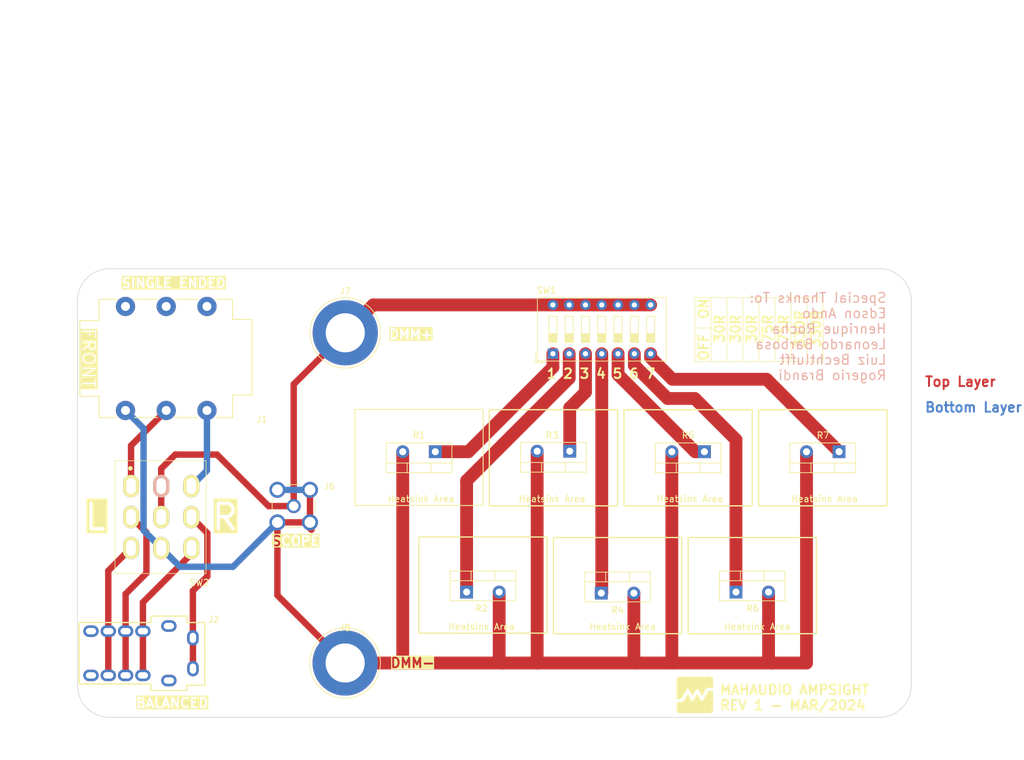
<source format=kicad_pcb>
(kicad_pcb (version 20240108) (generator "pcbnew") (generator_version "8.0")
  (layers (0 "F.Cu" signal) (31 "B.Cu" signal) (34 "B.Paste" user) (35 "F.Paste" user) (36 "B.SilkS" user "B.Silkscreen") (37 "F.SilkS" user "F.Silkscreen") (38 "B.Mask" user) (39 "F.Mask" user) (44 "Edge.Cuts" user))
  (net 0 "")
  (net 1 "Net-(R1-Pad1)")
  (net 2 "Net-(R2-Pad1)")
  (net 3 "Net-(R3-Pad1)")
  (net 4 "Net-(R4-Pad1)")
  (net 5 "Net-(R5-Pad1)")
  (net 6 "Net-(R6-Pad1)")
  (net 7 "Net-(R7-Pad1)")
  (net 12 "/SE_R")
  (net 13 "/SE_L")
  (net 14 "/BAL_L_P")
  (net 15 "/BAL_L_N")
  (net 16 "/BAL_R_P")
  (net 17 "/BAL_R_N")
  (net 18 "/DUT_N")
  (net 19 "/DUT_P")
  (footprint "Button_Switch_THT:SW_DIP_SPSTx07_Slide_9.78x19.96mm_W7.62mm_P2.54mm" (layer "F.Cu") (at 155.375 75.7675 90)
    (property "Reference" "SW1" (at 9.87 -1.01 180) (layer "F.SilkS"))
    (property "Value" "SW_DIP_x07")
    (pad "1" thru_hole rect (at 0 0 90) (size 1.6 1.6) (drill 0.8) (layers "*.Cu" "*.Mask") (net 1 "Net-(R1-Pad1)"))
    (pad "2" thru_hole oval (at 0 2.54 90) (size 1.6 1.6) (drill 0.8) (layers "*.Cu" "*.Mask") (net 2 "Net-(R2-Pad1)"))
    (pad "3" thru_hole oval (at 0 5.08 90) (size 1.6 1.6) (drill 0.8) (layers "*.Cu" "*.Mask") (net 3 "Net-(R3-Pad1)"))
    (pad "4" thru_hole oval (at 0 7.62 90) (size 1.6 1.6) (drill 0.8) (layers "*.Cu" "*.Mask") (net 4 "Net-(R4-Pad1)"))
    (pad "5" thru_hole oval (at 0 10.16 90) (size 1.6 1.6) (drill 0.8) (layers "*.Cu" "*.Mask") (net 5 "Net-(R5-Pad1)"))
    (pad "6" thru_hole oval (at 0 12.7 90) (size 1.6 1.6) (drill 0.8) (layers "*.Cu" "*.Mask") (net 6 "Net-(R6-Pad1)"))
    (pad "7" thru_hole oval (at 0 15.24 90) (size 1.6 1.6) (drill 0.8) (layers "*.Cu" "*.Mask") (net 7 "Net-(R7-Pad1)"))
    (pad "8" thru_hole oval (at 7.62 15.24 90) (size 1.6 1.6) (drill 0.8) (layers "*.Cu" "*.Mask") (net 19 "/DUT_P"))
    (pad "9" thru_hole oval (at 7.62 12.7 90) (size 1.6 1.6) (drill 0.8) (layers "*.Cu" "*.Mask") (net 19 "/DUT_P"))
    (pad "10" thru_hole oval (at 7.62 10.16 90) (size 1.6 1.6) (drill 0.8) (layers "*.Cu" "*.Mask") (net 19 "/DUT_P"))
    (pad "11" thru_hole oval (at 7.62 7.62 90) (size 1.6 1.6) (drill 0.8) (layers "*.Cu" "*.Mask") (net 19 "/DUT_P"))
    (pad "12" thru_hole oval (at 7.62 5.08 90) (size 1.6 1.6) (drill 0.8) (layers "*.Cu" "*.Mask") (net 19 "/DUT_P"))
    (pad "13" thru_hole oval (at 7.62 2.54 90) (size 1.6 1.6) (drill 0.8) (layers "*.Cu" "*.Mask") (net 19 "/DUT_P"))
    (pad "14" thru_hole oval (at 7.62 0 90) (size 1.6 1.6) (drill 0.8) (layers "*.Cu" "*.Mask") (net 19 "/DUT_P"))
  )
  (footprint "_mahaudio KiCad Library:Caddock_MP930_TO-220-2_Vertical" (layer "F.Cu") (at 183.92 112.945)
    (property "Reference" "R6" (at 2.58 2.555 0) (layer "F.SilkS"))
    (property "Value" "150R")
    (pad "1" thru_hole rect (at 0 0) (size 2 2) (drill 1.1) (layers "*.Cu" "*.Mask") (net 6 "Net-(R6-Pad1)"))
    (pad "2" thru_hole oval (at 5.08 0) (size 2 2) (drill 1.1) (layers "*.Cu" "*.Mask") (net 18 "/DUT_N"))
  )
  (footprint "_mahaudio KiCad Library:Banana_Jack_1Pin(3D)" (layer "F.Cu") (at 123 72.5)
    (property "Reference" "J7" (at 0 -6.5 0) (layer "F.SilkS"))
    (property "Value" "Conn_01x01_Socket")
    (pad "1" thru_hole circle (at 0 0) (size 10.16 10.16) (drill 6.1) (layers "*.Cu" "*.Mask") (net 19 "/DUT_P"))
  )
  (footprint "mahaudio_kicad_lib:Jack_6.35mm_Neutrik_NMJ6HCD2_Horizontal" (layer "F.Cu") (at 101.435 84.615 180)
    (property "Reference" "J1" (at -8.565 -1.385 180) (layer "F.SilkS"))
    (property "Value" "AudioJack3")
    (fp_text user "FRONT" (at 19.6 13 -90) (layer "F.SilkS" knockout) (effects (font (size 2 2) (thickness 0.2)) (justify left bottom)))
    (pad "R" thru_hole circle (at 6.35 0 180) (size 3 3) (drill 1.4) (layers "*.Cu" "*.Mask") (net 12 "/SE_R"))
    (pad "RN" thru_hole circle (at 6.35 16.23 180) (size 3 3) (drill 1.4) (layers "*.Cu" "*.Mask"))
    (pad "S" thru_hole circle (at 12.7 0 180) (size 3 3) (drill 1.4) (layers "*.Cu" "*.Mask") (net 18 "/DUT_N"))
    (pad "SN" thru_hole circle (at 12.7 16.23 180) (size 3 3) (drill 1.4) (layers "*.Cu" "*.Mask"))
    (pad "T" thru_hole circle (at 0 0 180) (size 3 3) (drill 1.4) (layers "*.Cu" "*.Mask") (net 13 "/SE_L"))
    (pad "TN" thru_hole circle (at 0 16.23 180) (size 3 3) (drill 1.4) (layers "*.Cu" "*.Mask"))
  )
  (footprint "_mahaudio KiCad Library:7000Series_3pdt_toggle_c&k" (layer "F.Cu") (at 94.3 101.25 -90)
    (property "Reference" "SW2" (at 10.25 -5.95 0) (layer "F.SilkS"))
    (property "Value" "SW_3PDT")
    (pad "1" thru_hole oval (at -4.83 4.7 270) (size 3.5 2.5) (drill oval 2.5 1.5) (layers "*.Cu" "*.Mask" "F.SilkS") (net 12 "/SE_R"))
    (pad "2" thru_hole oval (at -4.83 0 270) (size 3.5 2.5) (drill oval 2.5 1.5) (layers "*.Cu" "*.SilkS" "*.Mask") (net 19 "/DUT_P"))
    (pad "3" thru_hole oval (at -4.83 -4.7 270) (size 3.5 2.5) (drill oval 2.5 1.5) (layers "*.Cu" "*.Mask" "B.Adhes" "F.SilkS") (net 13 "/SE_L"))
    (pad "4" thru_hole oval (at 0 4.7 270) (size 3.5 2.5) (drill oval 2.5 1.5) (layers "*.Cu" "*.Mask" "F.SilkS") (net 16 "/BAL_R_P"))
    (pad "5" thru_hole oval (at 0 0 270) (size 3.5 2.5) (drill oval 2.5 1.5) (layers "*.Cu" "*.Mask" "F.SilkS") (net 19 "/DUT_P"))
    (pad "6" thru_hole oval (at 0 -4.7 270) (size 3.5 2.5) (drill oval 2.5 1.5) (layers "*.Cu" "*.Mask" "F.SilkS") (net 14 "/BAL_L_P"))
    (pad "7" thru_hole oval (at 4.83 4.7 270) (size 3.5 2.5) (drill oval 2.5 1.5) (layers "*.Cu" "*.Mask" "F.SilkS") (net 17 "/BAL_R_N"))
    (pad "8" thru_hole oval (at 4.83 0 270) (size 3.5 2.5) (drill oval 2.5 1.5) (layers "*.Cu" "*.Mask" "F.SilkS") (net 18 "/DUT_N"))
    (pad "9" thru_hole oval (at 4.83 -4.7 270) (size 3.5 2.5) (drill oval 2.5 1.5) (layers "*.Cu" "*.Mask" "F.SilkS") (net 15 "/BAL_L_N"))
  )
  (footprint "_mahaudio KiCad Library:Banana_Jack_1Pin(3D)" (layer "F.Cu") (at 122.98 124.02)
    (property "Reference" "J8" (at -0.04 -5.5 0) (layer "F.SilkS"))
    (property "Value" "Conn_01x01_Socket")
    (pad "1" thru_hole circle (at 0 0) (size 10.16 10.16) (drill 6.1) (layers "*.Cu" "*.Mask") (net 18 "/DUT_N"))
  )
  (footprint "_mahaudio KiCad Library:Caddock_MP930_TO-220-2_Vertical" (layer "F.Cu") (at 200 91.055 180)
    (property "Reference" "R7" (at 2.5 2.555 180) (layer "F.SilkS"))
    (property "Value" "300R")
    (pad "1" thru_hole rect (at 0 0 180) (size 2 2) (drill 1.1) (layers "*.Cu" "*.Mask") (net 7 "Net-(R7-Pad1)"))
    (pad "2" thru_hole oval (at 5.08 0 180) (size 2 2) (drill 1.1) (layers "*.Cu" "*.Mask") (net 18 "/DUT_N"))
  )
  (footprint "_mahaudio KiCad Library:Jack_4.4mm_Pentaconn_NBA1-24-001_Horizontal" (layer "F.Cu") (at 95.5 122.5)
    (property "Reference" "J2" (at 7 -5.25 0) (layer "F.SilkS"))
    (property "Value" "AudioJack_Pentaconn")
    (pad "B" thru_hole oval (at 0 -4.25) (size 2.4 1.8) (drill oval 1.6 1) (layers "*.Cu" "*.Mask"))
    (pad "R1" thru_hole oval (at -4.05 -3.45) (size 2.4 1.8) (drill oval 1.6 1) (layers "*.Cu" "*.Mask") (net 15 "/BAL_L_N"))
    (pad "R1" thru_hole oval (at -4.05 3.45) (size 2.4 1.8) (drill oval 1.6 1) (layers "*.Cu" "*.Mask") (net 15 "/BAL_L_N"))
    (pad "R2" thru_hole oval (at -6.75 -3.45) (size 2.4 1.8) (drill oval 1.6 1) (layers "*.Cu" "*.Mask") (net 16 "/BAL_R_P"))
    (pad "R2" thru_hole oval (at -6.75 3.45) (size 2.4 1.8) (drill oval 1.6 1) (layers "*.Cu" "*.Mask") (net 16 "/BAL_R_P"))
    (pad "R3" thru_hole oval (at -9.45 -3.45) (size 2.4 1.8) (drill oval 1.6 1) (layers "*.Cu" "*.Mask") (net 17 "/BAL_R_N"))
    (pad "R3" thru_hole oval (at -9.45 3.45) (size 2.4 1.8) (drill oval 1.6 1) (layers "*.Cu" "*.Mask") (net 17 "/BAL_R_N"))
    (pad "S" thru_hole oval (at -12.15 -3.45) (size 2.4 1.8) (drill oval 1.6 1) (layers "*.Cu" "*.Mask"))
    (pad "S" thru_hole oval (at -12.15 3.45) (size 2.4 1.8) (drill oval 1.6 1) (layers "*.Cu" "*.Mask"))
    (pad "T" thru_hole oval (at 3.74 -2.4 90) (size 2.4 1.8) (drill oval 1.6 1) (layers "*.Cu" "*.Mask") (net 14 "/BAL_L_P"))
    (pad "T" thru_hole oval (at 3.75 2.4 90) (size 2.4 1.8) (drill oval 1.6 1) (layers "*.Cu" "*.Mask") (net 14 "/BAL_L_P"))
    (pad "TC" thru_hole oval (at 0 4.25) (size 2.4 1.8) (drill oval 1.6 1) (layers "*.Cu" "*.Mask"))
  )
  (footprint "mahaudio_kicad_lib:SMA_Amphenol_901-144_Vertical(3D)" (layer "F.Cu") (at 114.96 99.54)
    (property "Reference" "J6" (at 5.54 -3.04 0) (layer "F.SilkS"))
    (property "Value" "Conn_Coaxial_Small")
    (pad "1" thru_hole circle (at 0 0) (size 2.2 2.2) (drill 1.5) (layers "*.Cu" "*.Mask") (net 19 "/DUT_P"))
    (pad "2" thru_hole circle (at -2.54 -2.54) (size 2.5 2.5) (drill 1.7) (layers "*.Cu" "*.Mask") (net 18 "/DUT_N"))
    (pad "2" thru_hole circle (at -2.54 2.54) (size 2.5 2.5) (drill 1.7) (layers "*.Cu" "*.Mask") (net 18 "/DUT_N"))
    (pad "2" thru_hole circle (at 2.54 -2.54) (size 2.5 2.5) (drill 1.7) (layers "*.Cu" "*.Mask") (net 18 "/DUT_N"))
    (pad "2" thru_hole circle (at 2.54 2.54) (size 2.5 2.5) (drill 1.7) (layers "*.Cu" "*.Mask") (net 18 "/DUT_N"))
  )
  (footprint "LOGO" (layer "F.Cu") (at 177.5 129)
    (property "Reference" "G01" (hide yes))
    (property "Value" "LOGO" (hide yes))
  )
  (footprint "_mahaudio KiCad Library:Caddock_MP930_TO-220-2_Vertical" (layer "F.Cu") (at 137.04 91.055 180)
    (property "Reference" "R1" (at 2.54 2.555 180) (layer "F.SilkS"))
    (property "Value" "33R")
    (pad "1" thru_hole rect (at 0 0 180) (size 2 2) (drill 1.1) (layers "*.Cu" "*.Mask") (net 1 "Net-(R1-Pad1)"))
    (pad "2" thru_hole oval (at 5.08 0 180) (size 2 2) (drill 1.1) (layers "*.Cu" "*.Mask") (net 18 "/DUT_N"))
  )
  (footprint "_mahaudio KiCad Library:Caddock_MP930_TO-220-2_Vertical" (layer "F.Cu") (at 158 90.971666 180)
    (property "Reference" "R3" (at 2.75 2.471666 180) (layer "F.SilkS"))
    (property "Value" "33R")
    (pad "1" thru_hole rect (at 0 0 180) (size 2 2) (drill 1.1) (layers "*.Cu" "*.Mask") (net 3 "Net-(R3-Pad1)"))
    (pad "2" thru_hole oval (at 5.08 0 180) (size 2 2) (drill 1.1) (layers "*.Cu" "*.Mask") (net 18 "/DUT_N"))
  )
  (footprint "_mahaudio KiCad Library:Caddock_MP930_TO-220-2_Vertical" (layer "F.Cu") (at 162.92 113.111666)
    (property "Reference" "R4" (at 2.54 2.638334 0) (layer "F.SilkS"))
    (property "Value" "75R")
    (pad "1" thru_hole rect (at 0 0) (size 2 2) (drill 1.1) (layers "*.Cu" "*.Mask") (net 4 "Net-(R4-Pad1)"))
    (pad "2" thru_hole oval (at 5.08 0) (size 2 2) (drill 1.1) (layers "*.Cu" "*.Mask") (net 18 "/DUT_N"))
  )
  (footprint "_mahaudio KiCad Library:Caddock_MP930_TO-220-2_Vertical" (layer "F.Cu") (at 141.92 112.945)
    (property "Reference" "R2" (at 2.33 2.555 0) (layer "F.SilkS"))
    (property "Value" "33R")
    (pad "1" thru_hole rect (at 0 0) (size 2 2) (drill 1.1) (layers "*.Cu" "*.Mask") (net 2 "Net-(R2-Pad1)"))
    (pad "2" thru_hole oval (at 5.08 0) (size 2 2) (drill 1.1) (layers "*.Cu" "*.Mask") (net 18 "/DUT_N"))
  )
  (footprint "_mahaudio KiCad Library:Caddock_MP930_TO-220-2_Vertical" (layer "F.Cu") (at 179 91.055 180)
    (property "Reference" "R5" (at 2.54 2.555 180) (layer "F.SilkS"))
    (property "Value" "75R")
    (pad "1" thru_hole rect (at 0 0 180) (size 2 2) (drill 1.1) (layers "*.Cu" "*.Mask") (net 5 "Net-(R5-Pad1)"))
    (pad "2" thru_hole oval (at 5.08 0 180) (size 2 2) (drill 1.1) (layers "*.Cu" "*.Mask") (net 18 "/DUT_N"))
  )
  (gr_rect (start 187.46 84.5) (end 207.46 99.5) (stroke (width 0.2)) (fill none) (layer "F.SilkS"))
  (gr_line (start 185 67) (end 185 77) (stroke (width 0.1)) (layer "F.SilkS"))
  (gr_line (start 192.5 67) (end 192.5 77) (stroke (width 0.1)) (layer "F.SilkS"))
  (gr_rect (start 155.46 104.445) (end 175.46 119.445) (stroke (width 0.2)) (fill none) (layer "F.SilkS"))
  (gr_rect (start 124.5 84.445) (end 144.5 99.445) (stroke (width 0.15)) (fill none) (layer "F.SilkS"))
  (gr_rect (start 145.46 84.5) (end 165.46 99.5) (stroke (width 0.2)) (fill none) (layer "F.SilkS"))
  (gr_rect (start 176.46 104.445) (end 196.46 119.445) (stroke (width 0.2)) (fill none) (layer "F.SilkS"))
  (gr_rect (start 177.5 67) (end 197.5 77) (stroke (width 0.1)) (fill none) (layer "F.SilkS"))
  (gr_line (start 190 67) (end 190 77) (stroke (width 0.1)) (layer "F.SilkS"))
  (gr_rect (start 166.46 84.5) (end 186.46 99.5) (stroke (width 0.2)) (fill none) (layer "F.SilkS"))
  (gr_line (start 187.5 67) (end 187.5 77) (stroke (width 0.1)) (layer "F.SilkS"))
  (gr_line (start 180 67) (end 180 77) (stroke (width 0.1)) (layer "F.SilkS"))
  (gr_rect (start 134.46 104.361668) (end 154.46 119.361668) (stroke (width 0.2)) (fill none) (layer "F.SilkS"))
  (gr_line (start 177.5 71.75) (end 180 71.75) (stroke (width 0.1)) (layer "F.SilkS"))
  (gr_line (start 195 67) (end 195 77) (stroke (width 0.1)) (layer "F.SilkS"))
  (gr_line (start 182.5 67) (end 182.5 77) (stroke (width 0.1)) (layer "F.SilkS"))
  (gr_arc (start 211.25 127.5) (mid 209.785534 131.035534) (end 206.25 132.5) (stroke (width 0.1)) (layer "Edge.Cuts"))
  (gr_line (start 206.25 132.5) (end 86.25 132.5) (stroke (width 0.1)) (layer "Edge.Cuts"))
  (gr_arc (start 81.25 67.5) (mid 82.714466 63.964466) (end 86.25 62.5) (stroke (width 0.1)) (layer "Edge.Cuts"))
  (gr_line (start 86.25 62.5) (end 206.25 62.5) (stroke (width 0.1)) (layer "Edge.Cuts"))
  (gr_line (start 81.25 127.5) (end 81.25 67.5) (stroke (width 0.1)) (layer "Edge.Cuts"))
  (gr_arc (start 86.25 132.5) (mid 82.714466 131.035534) (end 81.25 127.5) (stroke (width 0.1)) (layer "Edge.Cuts"))
  (gr_arc (start 206.25 62.5) (mid 209.785534 63.964466) (end 211.25 67.5) (stroke (width 0.1)) (layer "Edge.Cuts"))
  (gr_line (start 211.25 67.5) (end 211.25 127.5) (stroke (width 0.1)) (layer "Edge.Cuts"))
  (gr_text "Top Layer" (at 213.25 81 0) (layer "F.Cu") (effects (font (size 1.5 1.5) (thickness 0.3) (bold yes)) (justify left bottom)))
  (gr_text "Bottom Layer" (at 213.25 85 0) (layer "B.Cu") (effects (font (size 1.5 1.5) (thickness 0.3) (bold yes)) (justify left bottom)))
  (gr_text "Special Thanks To:\nEdson Ando\nHenrique Rocha\nLeonardo Barbosa\nLuiz Bechtlufft\nRogerio Brandi" (at 207.5 80 0) (layer "B.SilkS") (effects (font (size 1.5 1.5) (thickness 0.2)) (justify left bottom mirror)))
  (gr_text "OFF" (at 179.75 77 90) (layer "F.SilkS") (effects (font (size 1.5 1.5) (thickness 0.3)) (justify left bottom)))
  (gr_text "Heatsink Area" (at 160.96 118.945 0) (layer "F.SilkS") (effects (font (size 1 1)) (justify left bottom)))
  (gr_text "30R" (at 187.25 74.25 90) (layer "F.SilkS") (effects (font (size 1.5 1.5) (thickness 0.3)) (justify left bottom)))
  (gr_text "ON" (at 179.75 70.5 90) (layer "F.SilkS") (effects (font (size 1.5 1.5) (thickness 0.3)) (justify left bottom)))
  (gr_text "R" (at 104.25 101.25 0) (layer "F.SilkS" knockout) (effects (font (size 4 4) (thickness 0.5))))
  (gr_text "L" (at 84 101.25 0) (layer "F.SilkS" knockout) (effects (font (size 4 4) (thickness 0.5))))
  (gr_text "30R" (at 184.75 74.25 90) (layer "F.SilkS") (effects (font (size 1.5 1.5) (thickness 0.3)) (justify left bottom)))
  (gr_text "MAHAUDIO AMPSIGHT\nREV 1 - MAR/2024\n" (at 181.25 131.5 0) (layer "F.SilkS") (effects (font (size 1.5 1.5) (thickness 0.3) (bold yes)) (justify left bottom)))
  (gr_text "Heatsink Area" (at 149.96 99 0) (layer "F.SilkS") (effects (font (size 1 1)) (justify left bottom)))
  (gr_text "BALANCED" (at 96 130.25 0) (layer "F.SilkS" knockout) (effects (font (size 1.5 1.5) (thickness 0.3) (bold yes))))
  (gr_text "330R" (at 197.25 75 90) (layer "F.SilkS") (effects (font (size 1.5 1.5) (thickness 0.3)) (justify left bottom)))
  (gr_text "Heatsink Area" (at 171.46 99 0) (layer "F.SilkS") (effects (font (size 1 1)) (justify left bottom)))
  (gr_text "75R" (at 192.25 74.25 90) (layer "F.SilkS") (effects (font (size 1.5 1.5) (thickness 0.3)) (justify left bottom)))
  (gr_text "1 2 3 4 5 6 7" (at 154.25 79.75 0) (layer "F.SilkS") (effects (font (size 1.5 1.5) (thickness 0.3)) (justify left bottom)))
  (gr_text "Heatsink Area" (at 138.96 118.945 0) (layer "F.SilkS") (effects (font (size 1 1)) (justify left bottom)))
  (gr_text "Heatsink Area" (at 129.54 99 0) (layer "F.SilkS") (effects (font (size 1 1)) (justify left bottom)))
  (gr_text "30R" (at 182.25 74.25 90) (layer "F.SilkS") (effects (font (size 1.5 1.5) (thickness 0.3)) (justify left bottom)))
  (gr_text "DMM+" (at 133.25 72.75 0) (layer "F.SilkS" knockout) (effects (font (size 1.5 1.5) (thickness 0.3) (bold yes))))
  (gr_text "Heatsink Area" (at 192.46 99 0) (layer "F.SilkS") (effects (font (size 1 1)) (justify left bottom)))
  (gr_text "SINGLE ENDED" (at 96.25 64.75 0) (layer "F.SilkS" knockout) (effects (font (size 1.5 1.5) (thickness 0.3) (bold yes))))
  (gr_text " SCOPE " (at 115.25 105 0) (layer "F.SilkS" knockout) (effects (font (size 1.5 1.5) (thickness 0.3) (bold yes))))
  (gr_text "75R" (at 189.75 74.25 90) (layer "F.SilkS") (effects (font (size 1.5 1.5) (thickness 0.3)) (justify left bottom)))
  (gr_text "330R" (at 194.75 75 90) (layer "F.SilkS") (effects (font (size 1.5 1.5) (thickness 0.3)) (justify left bottom)))
  (gr_text "Heatsink Area" (at 181.96 118.945 0) (layer "F.SilkS") (effects (font (size 1 1)) (justify left bottom)))
  (gr_text "DMM-" (at 133.5 124 0) (layer "F.SilkS" knockout) (effects (font (size 1.5 1.5) (thickness 0.3) (bold yes))))
  (segment (start 137.04 91.055) (end 142.195 91.055) (width 2) (layer "F.Cu") (net 1))
  (segment (start 142.195 91.055) (end 155.375 77.875) (width 2) (layer "F.Cu") (net 1))
  (segment (start 155.375 77.875) (end 155.375 75.7675) (width 2) (layer "F.Cu") (net 1))
  (segment (start 157.915 79.585) (end 157.915 75.7675) (width 2) (layer "F.Cu") (net 2))
  (segment (start 141.92 95.58) (end 157.915 79.585) (width 2) (layer "F.Cu") (net 2))
  (segment (start 141.92 112.945) (end 141.92 95.58) (width 2) (layer "F.Cu") (net 2))
  (segment (start 160.455 81.75) (end 158 84.205) (width 2) (layer "F.Cu") (net 3))
  (segment (start 160.455 75.7675) (end 160.455 81.75) (width 2) (layer "F.Cu") (net 3))
  (segment (start 158 84.205) (end 158 90.971666) (width 2) (layer "F.Cu") (net 3))
  (segment (start 162.995 113.036666) (end 162.92 113.111666) (width 2) (layer "F.Cu") (net 4))
  (segment (start 162.92 113.111666) (end 162.916666 113.111666) (width 2) (layer "F.Cu") (net 4))
  (segment (start 162.995 75.7675) (end 162.995 113.036666) (width 2) (layer "F.Cu") (net 4))
  (segment (start 165.535 79.035) (end 177.555 91.055) (width 2) (layer "F.Cu") (net 5))
  (segment (start 165.535 75.7675) (end 165.535 79.035) (width 2) (layer "F.Cu") (net 5))
  (segment (start 177.555 91.055) (end 179 91.055) (width 2) (layer "F.Cu") (net 5))
  (segment (start 177.5 82.75) (end 183.92 89.17) (width 2) (layer "F.Cu") (net 6))
  (segment (start 173.25 82.75) (end 177.5 82.75) (width 2) (layer "F.Cu") (net 6))
  (segment (start 168.075 75.7675) (end 168.075 77.575) (width 2) (layer "F.Cu") (net 6))
  (segment (start 183.92 89.17) (end 183.92 112.945) (width 2) (layer "F.Cu") (net 6))
  (segment (start 168.075 77.575) (end 173.25 82.75) (width 2) (layer "F.Cu") (net 6))
  (segment (start 170.615 76.365) (end 174 79.75) (width 2) (layer "F.Cu") (net 7))
  (segment (start 170.615 75.7675) (end 170.615 76.365) (width 2) (layer "F.Cu") (net 7))
  (segment (start 188.695 79.75) (end 200 91.055) (width 2) (layer "F.Cu") (net 7))
  (segment (start 174 79.75) (end 188.695 79.75) (width 2) (layer "F.Cu") (net 7))
  (segment (start 89.6 90.1) (end 95.085 84.615) (width 1) (layer "F.Cu") (net 12))
  (segment (start 89.6 96.42) (end 89.6 90.1) (width 1) (layer "F.Cu") (net 12))
  (segment (start 101.435 93.985) (end 101.435 84.615) (width 1) (layer "B.Cu") (net 13))
  (segment (start 99 96.42) (end 101.435 93.985) (width 1) (layer "B.Cu") (net 13))
  (segment (start 99.24 112.76) (end 101.5 110.5) (width 1) (layer "F.Cu") (net 14))
  (segment (start 99.25 120.11) (end 99.24 120.1) (width 1) (layer "F.Cu") (net 14))
  (segment (start 101.5 110.5) (end 101.5 103.75) (width 1) (layer "F.Cu") (net 14))
  (segment (start 99.25 124.9) (end 99.25 120.11) (width 1) (layer "F.Cu") (net 14))
  (segment (start 99.24 120.1) (end 99.24 112.76) (width 1) (layer "F.Cu") (net 14))
  (segment (start 101.5 103.75) (end 99 101.25) (width 1) (layer "F.Cu") (net 14))
  (segment (start 91.45 114.55) (end 99 107) (width 1) (layer "F.Cu") (net 15))
  (segment (start 91.45 119.05) (end 91.45 114.55) (width 1) (layer "F.Cu") (net 15))
  (segment (start 99 107) (end 99 106.08) (width 1) (layer "F.Cu") (net 15))
  (segment (start 91.45 125.95) (end 91.45 119.05) (width 1) (layer "F.Cu") (net 15))
  (segment (start 92 103.65) (end 89.6 101.25) (width 1) (layer "F.Cu") (net 16))
  (segment (start 88.75 113.25) (end 92 110) (width 1) (layer "F.Cu") (net 16))
  (segment (start 92 110) (end 92 103.65) (width 1) (layer "F.Cu") (net 16))
  (segment (start 88.75 119.05) (end 88.75 113.25) (width 1) (layer "F.Cu") (net 16))
  (segment (start 88.75 125.95) (end 88.75 119.05) (width 1) (layer "F.Cu") (net 16))
  (segment (start 86.05 109.63) (end 89.6 106.08) (width 1) (layer "F.Cu") (net 17))
  (segment (start 86.05 119.05) (end 86.05 109.63) (width 1) (layer "F.Cu") (net 17))
  (segment (start 86.05 125.95) (end 86.05 119.05) (width 1) (layer "F.Cu") (net 17))
  (segment (start 117.5 102.08) (end 117.5 103) (width 1) (layer "F.Cu") (net 18))
  (segment (start 173.92 91.055) (end 173.92 123.94) (width 2) (layer "F.Cu") (net 18))
  (segment (start 152.92 90.971666) (end 152.92 123.94) (width 2) (layer "F.Cu") (net 18))
  (segment (start 194.92 91.055) (end 194.92 124.02) (width 2) (layer "F.Cu") (net 18))
  (segment (start 152.92 123.94) (end 153 124.02) (width 2) (layer "F.Cu") (net 18))
  (segment (start 173.92 123.94) (end 174 124.02) (width 2) (layer "F.Cu") (net 18))
  (segment (start 131.96 91.055) (end 131.96 123.73) (width 2) (layer "F.Cu") (net 18))
  (segment (start 132.25 124.02) (end 122.98 124.02) (width 2) (layer "F.Cu") (net 18))
  (segment (start 131.96 123.73) (end 132.25 124.02) (width 2) (layer "F.Cu") (net 18))
  (segment (start 153 124.02) (end 147.5 124.02) (width 2) (layer "F.Cu") (net 18))
  (segment (start 189.5 124.02) (end 174 124.02) (width 2) (layer "F.Cu") (net 18))
  (segment (start 147 112.945) (end 147 123.52) (width 2) (layer "F.Cu") (net 18))
  (segment (start 117.5 102.08) (end 112.42 102.08) (width 1) (layer "F.Cu") (net 18))
  (segment (start 168.25 124.02) (end 153 124.02) (width 2) (layer "F.Cu") (net 18))
  (segment (start 168 123.77) (end 168.25 124.02) (width 2) (layer "F.Cu") (net 18))
  (segment (start 168 113.111666) (end 168 123.77) (width 2) (layer "F.Cu") (net 18))
  (segment (start 194.92 124.02) (end 189.5 124.02) (width 2) (layer "F.Cu") (net 18))
  (segment (start 112.42 102.08) (end 112.42 113.46) (width 1) (layer "F.Cu") (net 18))
  (segment (start 189 123.52) (end 189.5 124.02) (width 2) (layer "F.Cu") (net 18))
  (segment (start 117.5 103) (end 117.73 103.23) (width 1) (layer "F.Cu") (net 18))
  (segment (start 174 124.02) (end 168.25 124.02) (width 2) (layer "F.Cu") (net 18))
  (segment (start 189 112.945) (end 189 123.52) (width 2) (layer "F.Cu") (net 18))
  (segment (start 147.5 124.02) (end 132.25 124.02) (width 2) (layer "F.Cu") (net 18))
  (segment (start 112.42 113.46) (end 122.98 124.02) (width 1) (layer "F.Cu") (net 18))
  (segment (start 117.5 97) (end 117.5 102.08) (width 1) (layer "F.Cu") (net 18))
  (segment (start 123 124) (end 122.98 124.02) (width 1) (layer "F.Cu") (net 18))
  (segment (start 147 123.52) (end 147.5 124.02) (width 2) (layer "F.Cu") (net 18))
  (segment (start 91.55 103.33) (end 94.3 106.08) (width 1) (layer "B.Cu") (net 18))
  (segment (start 105.5 109) (end 112.42 102.08) (width 1) (layer "B.Cu") (net 18))
  (segment (start 94.3 106.08) (end 97.22 109) (width 1) (layer "B.Cu") (net 18))
  (segment (start 91.55 87.43) (end 91.55 103.33) (width 1) (layer "B.Cu") (net 18))
  (segment (start 88.735 84.615) (end 91.55 87.43) (width 1) (layer "B.Cu") (net 18))
  (segment (start 97.22 109) (end 105.5 109) (width 1) (layer "B.Cu") (net 18))
  (segment (start 112.42 97) (end 117.5 97) (width 1) (layer "B.Cu") (net 18))
  (segment (start 114.96 99.54) (end 114.96 80.54) (width 1) (layer "F.Cu") (net 19))
  (segment (start 111.04 99.54) (end 103 91.5) (width 1) (layer "F.Cu") (net 19))
  (segment (start 103 91.5) (end 96.5 91.5) (width 1) (layer "F.Cu") (net 19))
  (segment (start 115 99.5) (end 114.96 99.54) (width 1) (layer "F.Cu") (net 19))
  (segment (start 94.3 93.7) (end 94.3 96.42) (width 1) (layer "F.Cu") (net 19))
  (segment (start 114.96 99.54) (end 111.04 99.54) (width 1) (layer "F.Cu") (net 19))
  (segment (start 114.96 80.54) (end 123 72.5) (width 1) (layer "F.Cu") (net 19))
  (segment (start 123 72.5) (end 127.3525 68.1475) (width 2) (layer "F.Cu") (net 19))
  (segment (start 94.3 101.25) (end 94.3 96.42) (width 1) (layer "F.Cu") (net 19))
  (segment (start 127.3525 68.1475) (end 170.615 68.1475) (width 2) (layer "F.Cu") (net 19))
  (segment (start 96.5 91.5) (end 94.3 93.7) (width 1) (layer "F.Cu") (net 19))
)
</source>
